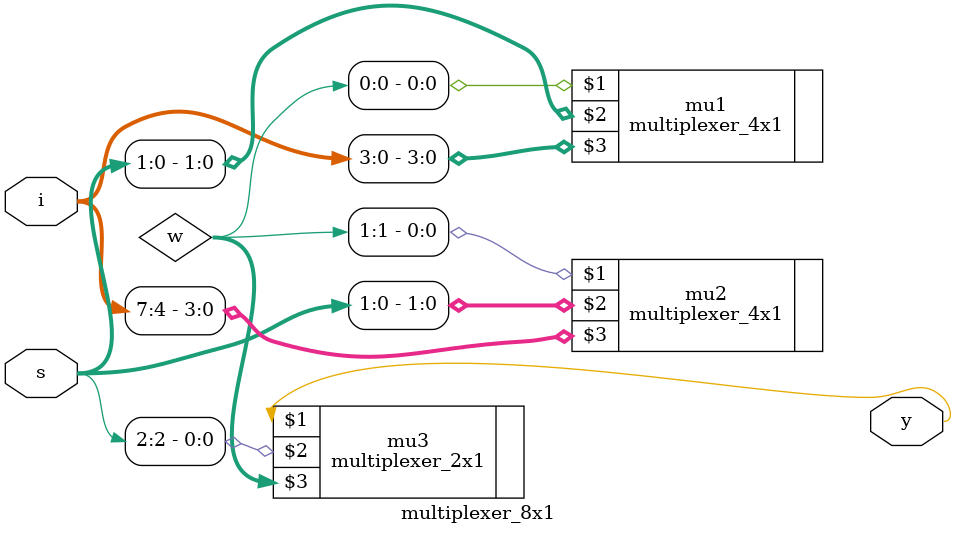
<source format=v>
module multiplexer_8x1(y,s,i);
output y;
input [7:0]i;
input [2:0]s;
wire [1:0]w;
multiplexer_4x1 mu1(w[0],s[1:0],i[3:0]);
multiplexer_4x1 mu2(w[1],s[1:0],i[7:4]);
multiplexer_2x1 mu3(y,s[2],w);
endmodule
</source>
